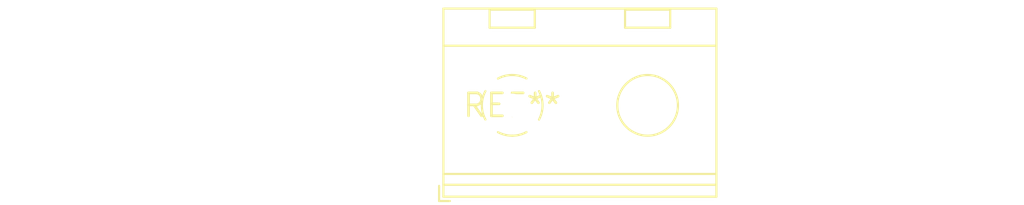
<source format=kicad_pcb>
(kicad_pcb (version 20240108) (generator pcbnew)
  (layers (0 "F.Cu" signal) (31 "B.Cu" signal) (34 "B.Paste" user) (35 "F.Paste" user) (36 "B.SilkS" user "B.Silkscreen") (37 "F.SilkS" user "F.Silkscreen") (38 "B.Mask" user) (39 "F.Mask" user) (44 "Edge.Cuts" user))
  (net 0 "")
  (footprint "TerminalBlock_RND_205-00067_1x02_P7.50mm_Horizontal" (layer "F.Cu") (at 0 0)
    (property "Reference" "REF**")
    (property "Value" "TerminalBlock_RND_205-00067_1x02_P7.50mm_Horizontal")
    (fp_line (start -4.05 4.46) (end -4.05 5.3) (layer "F.SilkS") (stroke (width 0.12)))
    (fp_line (start -4.05 5.3) (end -3.45 5.3) (layer "F.SilkS") (stroke (width 0.12)))
    (fp_line (start -3.81 -5.36) (end -3.81 5.06) (layer "F.SilkS") (stroke (width 0.12)))
    (fp_line (start -3.81 -5.36) (end 11.31 -5.36) (layer "F.SilkS") (stroke (width 0.12)))
    (fp_line (start -3.81 -3.301) (end 11.31 -3.301) (layer "F.SilkS") (stroke (width 0.12)))
    (fp_line (start -3.81 3.8) (end 11.31 3.8) (layer "F.SilkS") (stroke (width 0.12)))
    (fp_line (start -3.81 4.4) (end 11.31 4.4) (layer "F.SilkS") (stroke (width 0.12)))
    (fp_line (start -3.81 5.06) (end 11.31 5.06) (layer "F.SilkS") (stroke (width 0.12)))
    (fp_line (start -1.25 -5.301) (end -1.25 -4.301) (layer "F.SilkS") (stroke (width 0.12)))
    (fp_line (start -1.25 -5.301) (end 1.25 -5.301) (layer "F.SilkS") (stroke (width 0.12)))
    (fp_line (start -1.25 -4.301) (end 1.25 -4.301) (layer "F.SilkS") (stroke (width 0.12)))
    (fp_line (start 1.25 -5.301) (end 1.25 -4.301) (layer "F.SilkS") (stroke (width 0.12)))
    (fp_line (start 6.25 -5.301) (end 6.25 -4.301) (layer "F.SilkS") (stroke (width 0.12)))
    (fp_line (start 6.25 -5.301) (end 8.75 -5.301) (layer "F.SilkS") (stroke (width 0.12)))
    (fp_line (start 6.25 -4.301) (end 8.75 -4.301) (layer "F.SilkS") (stroke (width 0.12)))
    (fp_line (start 8.75 -5.301) (end 8.75 -4.301) (layer "F.SilkS") (stroke (width 0.12)))
    (fp_line (start 11.31 -5.36) (end 11.31 5.06) (layer "F.SilkS") (stroke (width 0.12)))
    (fp_arc (start -1.483953 0.789089) (mid -1.680708 5e-05) (end -1.484 -0.789) (layer "F.SilkS") (stroke (width 0.12)))
    (fp_arc (start -0.789089 -1.483953) (mid -5e-05 -1.680708) (end 0.789 -1.484) (layer "F.SilkS") (stroke (width 0.12)))
    (fp_arc (start 0.029383 1.68045) (mid -0.392304 1.634281) (end -0.789 1.484) (layer "F.SilkS") (stroke (width 0.12)))
    (fp_arc (start 0.788712 1.483352) (mid 0.406429 1.630097) (end 0 1.68) (layer "F.SilkS") (stroke (width 0.12)))
    (fp_arc (start 1.483953 -0.789089) (mid 1.680708 -5e-05) (end 1.484 0.789) (layer "F.SilkS") (stroke (width 0.12)))
    (fp_circle (center 7.5 0) (end 9.18 0) (layer "F.SilkS") (stroke (width 0.12)) (fill none))
    (pad "1" thru_hole rect (at 0 0) (size 2.5 2.5) (drill 1.3) (layers *.Cu *.Mask) (remove_unused_layers))
    (pad "2" thru_hole circle (at 7.5 0) (size 2.5 2.5) (drill 1.3) (layers *.Cu *.Mask) (remove_unused_layers))
  )
)
</source>
